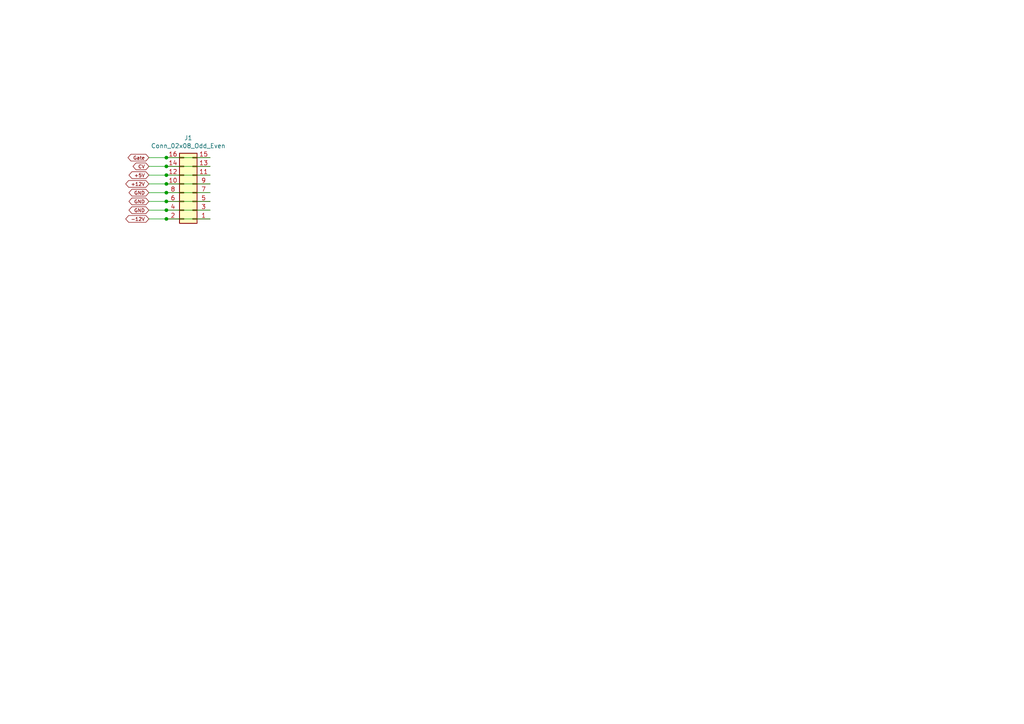
<source format=kicad_sch>
(kicad_sch (version 20231120) (generator "eeschema") (generator_version "8.0")
  (paper "A4")
  (lib_symbols
    (symbol "Connector_Generic:Conn_02x08_Odd_Even" (pin_names (offset 1.016) hide)
      (property "Reference" "J" (at 1.27 10.16 0))
      (property "Value" "Conn_02x08_Odd_Even" (at 1.27 -12.7 0))
      (symbol "Conn_02x08_Odd_Even_1_1"
        (rectangle (start -1.27 -10.033) (end 0 -10.287) (stroke (width 0.1524)))
        (rectangle (start -1.27 -7.493) (end 0 -7.747) (stroke (width 0.1524)))
        (rectangle (start -1.27 -4.953) (end 0 -5.207) (stroke (width 0.1524)))
        (rectangle (start -1.27 -2.413) (end 0 -2.667) (stroke (width 0.1524)))
        (rectangle (start -1.27 0.127) (end 0 -0.127) (stroke (width 0.1524)))
        (rectangle (start -1.27 2.667) (end 0 2.413) (stroke (width 0.1524)))
        (rectangle (start -1.27 5.207) (end 0 4.953) (stroke (width 0.1524)))
        (rectangle (start -1.27 7.747) (end 0 7.493) (stroke (width 0.1524)))
        (rectangle (start -1.27 8.89) (end 3.81 -11.43) (stroke (width 0.254)) (fill (type background)))
        (rectangle (start 3.81 -10.033) (end 2.54 -10.287) (stroke (width 0.1524)))
        (rectangle (start 3.81 -7.493) (end 2.54 -7.747) (stroke (width 0.1524)))
        (rectangle (start 3.81 -4.953) (end 2.54 -5.207) (stroke (width 0.1524)))
        (rectangle (start 3.81 -2.413) (end 2.54 -2.667) (stroke (width 0.1524)))
        (rectangle (start 3.81 0.127) (end 2.54 -0.127) (stroke (width 0.1524)))
        (rectangle (start 3.81 2.667) (end 2.54 2.413) (stroke (width 0.1524)))
        (rectangle (start 3.81 5.207) (end 2.54 4.953) (stroke (width 0.1524)))
        (rectangle (start 3.81 7.747) (end 2.54 7.493) (stroke (width 0.1524)))
        (pin passive line (at -5.08 7.62 0) (length 3.81) (name "Pin_1") (number "1"))
        (pin passive line (at 7.62 -2.54 180) (length 3.81) (name "Pin_10") (number "10"))
        (pin passive line (at -5.08 -5.08 0) (length 3.81) (name "Pin_11") (number "11"))
        (pin passive line (at 7.62 -5.08 180) (length 3.81) (name "Pin_12") (number "12"))
        (pin passive line (at -5.08 -7.62 0) (length 3.81) (name "Pin_13") (number "13"))
        (pin passive line (at 7.62 -7.62 180) (length 3.81) (name "Pin_14") (number "14"))
        (pin passive line (at -5.08 -10.16 0) (length 3.81) (name "Pin_15") (number "15"))
        (pin passive line (at 7.62 -10.16 180) (length 3.81) (name "Pin_16") (number "16"))
        (pin passive line (at 7.62 7.62 180) (length 3.81) (name "Pin_2") (number "2"))
        (pin passive line (at -5.08 5.08 0) (length 3.81) (name "Pin_3") (number "3"))
        (pin passive line (at 7.62 5.08 180) (length 3.81) (name "Pin_4") (number "4"))
        (pin passive line (at -5.08 2.54 0) (length 3.81) (name "Pin_5") (number "5"))
        (pin passive line (at 7.62 2.54 180) (length 3.81) (name "Pin_6") (number "6"))
        (pin passive line (at -5.08 0 0) (length 3.81) (name "Pin_7") (number "7"))
        (pin passive line (at 7.62 0 180) (length 3.81) (name "Pin_8") (number "8"))
        (pin passive line (at -5.08 -2.54 0) (length 3.81) (name "Pin_9") (number "9"))
      )
    )
  )
  (junction (at 48.26 58.42))
  (junction (at 48.26 53.34))
  (junction (at 48.26 55.88))
  (junction (at 48.26 60.96))
  (junction (at 48.26 45.72))
  (junction (at 48.26 48.26))
  (junction (at 48.26 50.8))
  (junction (at 48.26 63.5))
  (wire (pts (xy 48.26 58.42) (xy 60.96 58.42)))
  (wire (pts (xy 48.26 50.8) (xy 43.18 50.8)))
  (wire (pts (xy 48.26 48.26) (xy 60.96 48.26)))
  (wire (pts (xy 43.18 53.34) (xy 48.26 53.34)))
  (wire (pts (xy 43.18 48.26) (xy 48.26 48.26)))
  (wire (pts (xy 43.18 60.96) (xy 48.26 60.96)))
  (wire (pts (xy 43.18 45.72) (xy 48.26 45.72)))
  (wire (pts (xy 48.26 45.72) (xy 60.96 45.72)))
  (wire (pts (xy 48.26 53.34) (xy 60.96 53.34)))
  (wire (pts (xy 60.96 63.5) (xy 48.26 63.5)))
  (wire (pts (xy 60.96 50.8) (xy 48.26 50.8)))
  (wire (pts (xy 48.26 63.5) (xy 43.18 63.5)))
  (wire (pts (xy 43.18 58.42) (xy 48.26 58.42)))
  (wire (pts (xy 48.26 55.88) (xy 60.96 55.88)))
  (wire (pts (xy 43.18 55.88) (xy 48.26 55.88)))
  (wire (pts (xy 48.26 60.96) (xy 60.96 60.96)))
  (global_label "+5V" (shape bidirectional) (at 43.18 50.8 180) (effects (font (size 0.9906 0.9906))) (property "Intersheetrefs" "${INTERSHEET_REFS}" (effects (hide yes))))
  (global_label "Gate" (shape bidirectional) (at 43.18 45.72 180) (effects (font (size 0.9906 0.9906))) (property "Intersheetrefs" "${INTERSHEET_REFS}" (effects (hide yes))))
  (global_label "-12V" (shape bidirectional) (at 43.18 63.5 180) (effects (font (size 0.9906 0.9906))) (property "Intersheetrefs" "${INTERSHEET_REFS}" (effects (hide yes))))
  (global_label "GND" (shape bidirectional) (at 43.18 58.42 180) (effects (font (size 0.9906 0.9906))) (property "Intersheetrefs" "${INTERSHEET_REFS}" (effects (hide yes))))
  (global_label "+12V" (shape bidirectional) (at 43.18 53.34 180) (effects (font (size 0.9906 0.9906))) (property "Intersheetrefs" "${INTERSHEET_REFS}" (effects (hide yes))))
  (global_label "GND" (shape bidirectional) (at 43.18 60.96 180) (effects (font (size 0.9906 0.9906))) (property "Intersheetrefs" "${INTERSHEET_REFS}" (effects (hide yes))))
  (global_label "GND" (shape bidirectional) (at 43.18 55.88 180) (effects (font (size 0.9906 0.9906))) (property "Intersheetrefs" "${INTERSHEET_REFS}" (effects (hide yes))))
  (global_label "CV" (shape bidirectional) (at 43.18 48.26 180) (effects (font (size 0.9906 0.9906))) (property "Intersheetrefs" "${INTERSHEET_REFS}" (effects (hide yes))))
  (symbol (lib_id "Connector_Generic:Conn_02x08_Odd_Even") (at 55.88 55.88 180) (unit 1)
    (property "Reference" "J1" (at 54.61 40.005 0))
    (property "Value" "Conn_02x08_Odd_Even" (at 54.61 42.3164 0))
    (property "Footprint" "Connector_PinHeader_2.54mm:PinHeader_2x08_P2.54mm_Vertical" (effects (hide yes)))
    (instances (project "mopsy_BusBoard_3" (path "" (reference "J1") (unit 1)) (path "" (reference "J2") (unit 1)) (path "" (reference "J3") (unit 1)) (path "" (reference "J4") (unit 1)) (path "" (reference "J5") (unit 1)) (path "" (reference "J6") (unit 1)) (path "" (reference "J7") (unit 1)) (path "" (reference "J8") (unit 1)) (path "" (reference "J9") (unit 1)) (path "" (reference "J10") (unit 1)) (path "" (reference "J11") (unit 1)) (path "" (reference "J12") (unit 1)) (path "" (reference "J13") (unit 1)) (path "" (reference "J14") (unit 1))))
  )
)
</source>
